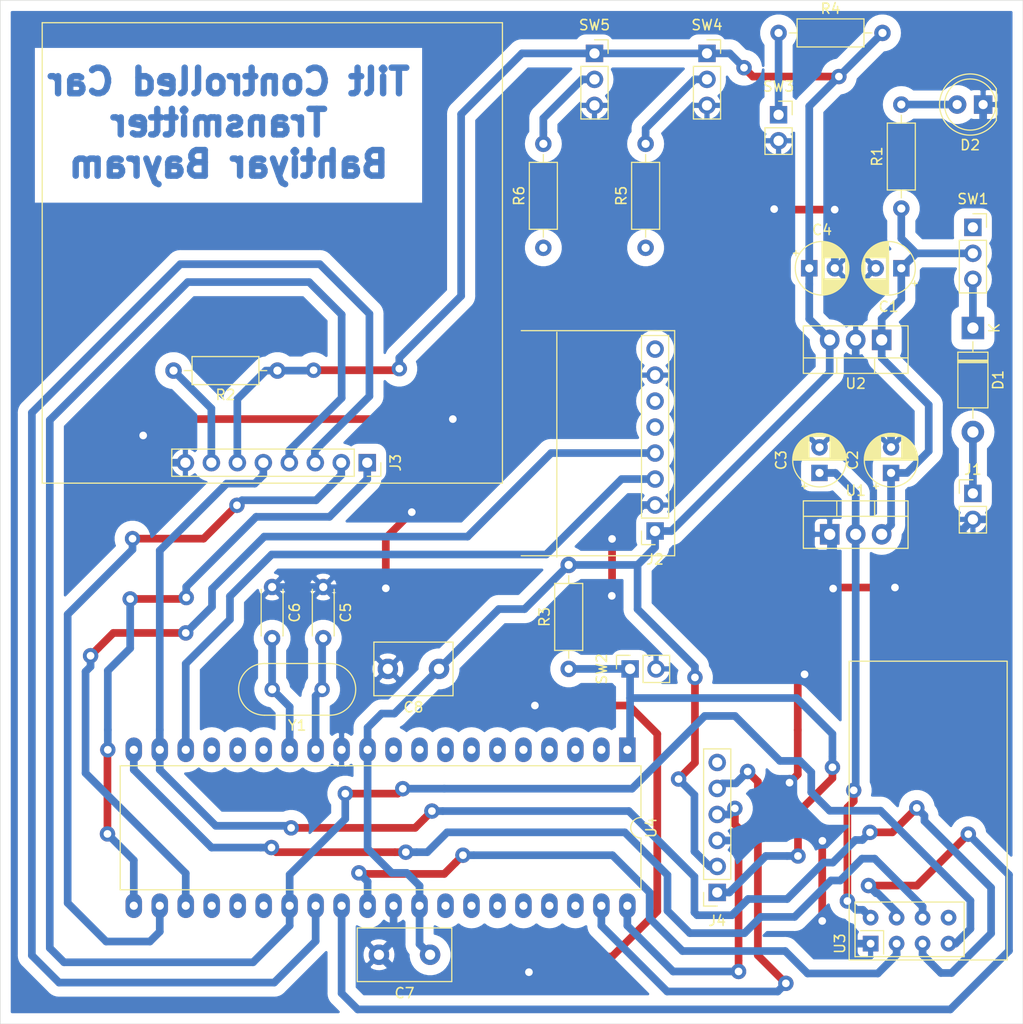
<source format=kicad_pcb>
(kicad_pcb (version 20171130) (host pcbnew "(5.1.2)-1")
  (title_block (title "Tilt Controlled Car - Transmitter") (date 2019-05-05) (rev v1.1) (comment 1 "Designer: Bahtiyar Bayram") (comment 2 https://creativecommons.org/licenses/by-sa/4.0/) (comment 3 "Attribution-ShareAlike 4.0 International") (comment 4 "Released under the Creative Commons"))
  (layers (0 F.Cu signal) (31 B.Cu signal) (34 B.Paste user) (35 F.Paste user) (36 B.SilkS user) (37 F.SilkS user) (38 B.Mask user) (39 F.Mask user) (44 Edge.Cuts user))
  (net 0 "")
  (net 1 GND)
  (net 2 VCC)
  (net 3 +3V3)
  (net 4 +5V)
  (net 5 "Net-(C5-Pad2)")
  (net 6 "Net-(C6-Pad2)")
  (net 7 "Net-(D1-Pad1)")
  (net 8 "Net-(D1-Pad2)")
  (net 9 "Net-(D2-Pad2)")
  (net 10 CLK)
  (net 11 SDA)
  (net 12 "Net-(J2-Pad5)")
  (net 13 "Net-(J2-Pad6)")
  (net 14 "Net-(J2-Pad8)")
  (net 15 "Net-(J3-Pad7)")
  (net 16 DIN)
  (net 17 DC)
  (net 18 CE_Nokia)
  (net 19 RST)
  (net 20 ~MCLR)
  (net 21 PGD)
  (net 22 PGC)
  (net 23 "Net-(J4-Pad6)")
  (net 24 BTN)
  (net 25 "Net-(R5-Pad2)")
  (net 26 SW1)
  (net 27 SW2)
  (net 28 "Net-(R6-Pad2)")
  (net 29 "Net-(SW1-Pad1)")
  (net 30 CE)
  (net 31 ~CSN)
  (net 32 MISO)
  (net 33 "Net-(U3-Pad8)")
  (net 34 "Net-(U4-Pad2)")
  (net 35 "Net-(U4-Pad3)")
  (net 36 "Net-(U4-Pad24)")
  (net 37 "Net-(U4-Pad4)")
  (net 38 "Net-(U4-Pad25)")
  (net 39 "Net-(U4-Pad5)")
  (net 40 "Net-(U4-Pad26)")
  (net 41 "Net-(U4-Pad6)")
  (net 42 "Net-(U4-Pad7)")
  (net 43 "Net-(U4-Pad8)")
  (net 44 "Net-(U4-Pad9)")
  (net 45 "Net-(U4-Pad10)")
  (net 46 "Net-(U4-Pad15)")
  (net 47 "Net-(U4-Pad36)")
  (net 48 "Net-(U4-Pad16)")
  (net 49 "Net-(U4-Pad37)")
  (net 50 "Net-(U4-Pad17)")
  (net 51 "Net-(U4-Pad38)")
  (net 52 SCK)
  (module Capacitor_THT:CP_Radial_D5.0mm_P2.50mm (layer F.Cu) (at 193.1016 81.1712 180)
    (fp_text reference C1 (at 1.25 -3.75) (layer F.SilkS))
    (fp_text value 1uF)
    (pad 2 thru_hole circle (at 2.5 0 180) (size 1.6 1.6) (drill 0.8) (layers *.Cu *.Mask) (net 1 GND))
    (pad 1 thru_hole rect (at 0 0 180) (size 1.6 1.6) (drill 0.8) (layers *.Cu *.Mask) (net 2 VCC))
  )
  (module Capacitor_THT:CP_Radial_D5.0mm_P2.50mm (layer F.Cu) (at 192.1016 101.1712 90)
    (fp_text reference C2 (at 1.25 -3.75 90) (layer F.SilkS))
    (fp_text value 1uF)
    (pad 1 thru_hole rect (at 0 0 90) (size 1.6 1.6) (drill 0.8) (layers *.Cu *.Mask) (net 2 VCC))
    (pad 2 thru_hole circle (at 2.5 0 90) (size 1.6 1.6) (drill 0.8) (layers *.Cu *.Mask) (net 1 GND))
  )
  (module Capacitor_THT:CP_Radial_D5.0mm_P2.50mm (layer F.Cu) (at 185.1016 101.1712 90)
    (fp_text reference C3 (at 1.25 -3.75 90) (layer F.SilkS))
    (fp_text value 1uF)
    (pad 2 thru_hole circle (at 2.5 0 90) (size 1.6 1.6) (drill 0.8) (layers *.Cu *.Mask) (net 1 GND))
    (pad 1 thru_hole rect (at 0 0 90) (size 1.6 1.6) (drill 0.8) (layers *.Cu *.Mask) (net 3 +3V3))
  )
  (module Capacitor_THT:CP_Radial_D5.0mm_P2.50mm (layer F.Cu) (at 184.1016 81.1712)
    (fp_text reference C4 (at 1.25 -3.75) (layer F.SilkS))
    (fp_text value 1uF)
    (pad 1 thru_hole rect (at 0 0) (size 1.6 1.6) (drill 0.8) (layers *.Cu *.Mask) (net 4 +5V))
    (pad 2 thru_hole circle (at 2.5 0) (size 1.6 1.6) (drill 0.8) (layers *.Cu *.Mask) (net 1 GND))
  )
  (module Capacitor_THT:C_Disc_D4.3mm_W1.9mm_P5.00mm (layer F.Cu) (at 136.5814 112.3236 270)
    (fp_text reference C5 (at 2.5 -2.2 90) (layer F.SilkS))
    (fp_text value 33pF)
    (pad 2 thru_hole circle (at 5 0 270) (size 1.6 1.6) (drill 0.8) (layers *.Cu *.Mask) (net 5 "Net-(C5-Pad2)"))
    (pad 1 thru_hole circle (at 0 0 270) (size 1.6 1.6) (drill 0.8) (layers *.Cu *.Mask) (net 1 GND))
  )
  (module Capacitor_THT:C_Disc_D4.3mm_W1.9mm_P5.00mm (layer F.Cu) (at 131.5814 112.3236 270)
    (fp_text reference C6 (at 2.5 -2.2 90) (layer F.SilkS))
    (fp_text value 33pF)
    (pad 1 thru_hole circle (at 0 0 270) (size 1.6 1.6) (drill 0.8) (layers *.Cu *.Mask) (net 1 GND))
    (pad 2 thru_hole circle (at 5 0 270) (size 1.6 1.6) (drill 0.8) (layers *.Cu *.Mask) (net 6 "Net-(C6-Pad2)"))
  )
  (module Diode_THT:D_DO-41_SOD81_P10.16mm_Horizontal (layer F.Cu) (at 200.1016 87.0112 270)
    (fp_text reference D1 (at 5.08 -2.47 90) (layer F.SilkS))
    (fp_text value 1N4001)
    (fp_text user K (at 0 -2.1 90) (layer F.SilkS))
    (pad 1 thru_hole rect (at 0 0 270) (size 2.2 2.2) (drill 1.1) (layers *.Cu *.Mask) (net 7 "Net-(D1-Pad1)"))
    (pad 2 thru_hole oval (at 10.16 0 270) (size 2.2 2.2) (drill 1.1) (layers *.Cu *.Mask) (net 8 "Net-(D1-Pad2)"))
  )
  (module LED_THT:LED_D5.0mm (layer F.Cu) (at 201.1016 65.1712 180)
    (fp_text reference D2 (at 1.27 -3.96) (layer F.SilkS))
    (fp_text value PWR)
    (pad 1 thru_hole rect (at 0 0 180) (size 1.8 1.8) (drill 0.9) (layers *.Cu *.Mask) (net 1 GND))
    (pad 2 thru_hole circle (at 2.54 0 180) (size 1.8 1.8) (drill 0.9) (layers *.Cu *.Mask) (net 9 "Net-(D2-Pad2)"))
  )
  (module Connector_PinHeader_2.54mm:PinHeader_1x02_P2.54mm_Vertical (layer F.Cu) (at 200.1016 103.1712)
    (fp_text reference J1 (at 0 -2.33) (layer F.SilkS))
    (fp_text value PWR_IN)
    (pad 1 thru_hole rect (at 0 0) (size 1.7 1.7) (drill 1) (layers *.Cu *.Mask) (net 8 "Net-(D1-Pad2)"))
    (pad 2 thru_hole oval (at 0 2.54) (size 1.7 1.7) (drill 1) (layers *.Cu *.Mask) (net 1 GND))
  )
  (module Connector_PinSocket_2.54mm:PinSocket_1x08_P2.54mm_Vertical (layer F.Cu) (at 169.0266 106.8512 180)
    (fp_text reference J2 (at 0 -2.77) (layer F.SilkS))
    (fp_text value MPU6050)
    (pad 1 thru_hole rect (at 0 0 180) (size 1.7 1.7) (drill 1) (layers *.Cu *.Mask) (net 4 +5V))
    (pad 2 thru_hole oval (at 0 2.54 180) (size 1.7 1.7) (drill 1) (layers *.Cu *.Mask) (net 1 GND))
    (pad 3 thru_hole oval (at 0 5.08 180) (size 1.7 1.7) (drill 1) (layers *.Cu *.Mask) (net 52 SCK))
    (pad 4 thru_hole oval (at 0 7.62 180) (size 1.7 1.7) (drill 1) (layers *.Cu *.Mask) (net 11 SDA))
    (pad 5 thru_hole oval (at 0 10.16 180) (size 1.7 1.7) (drill 1) (layers *.Cu *.Mask) (net 12 "Net-(J2-Pad5)"))
    (pad 6 thru_hole oval (at 0 12.7 180) (size 1.7 1.7) (drill 1) (layers *.Cu *.Mask) (net 13 "Net-(J2-Pad6)"))
    (pad 7 thru_hole oval (at 0 15.24 180) (size 1.7 1.7) (drill 1) (layers *.Cu *.Mask) (net 1 GND))
    (pad 8 thru_hole oval (at 0 17.78 180) (size 1.7 1.7) (drill 1) (layers *.Cu *.Mask) (net 14 "Net-(J2-Pad8)"))
  )
  (module Connector_PinSocket_2.54mm:PinSocket_1x08_P2.54mm_Vertical (layer F.Cu) (at 140.8816 100.1712 270)
    (fp_text reference J3 (at 0 -2.77 90) (layer F.SilkS))
    (fp_text value "NOKIA 5110")
    (pad 8 thru_hole oval (at 0 17.78 270) (size 1.7 1.7) (drill 1) (layers *.Cu *.Mask) (net 1 GND))
    (pad 7 thru_hole oval (at 0 15.24 270) (size 1.7 1.7) (drill 1) (layers *.Cu *.Mask) (net 15 "Net-(J3-Pad7)"))
    (pad 6 thru_hole oval (at 0 12.7 270) (size 1.7 1.7) (drill 1) (layers *.Cu *.Mask) (net 4 +5V))
    (pad 5 thru_hole oval (at 0 10.16 270) (size 1.7 1.7) (drill 1) (layers *.Cu *.Mask) (net 10 CLK))
    (pad 4 thru_hole oval (at 0 7.62 270) (size 1.7 1.7) (drill 1) (layers *.Cu *.Mask) (net 16 DIN))
    (pad 3 thru_hole oval (at 0 5.08 270) (size 1.7 1.7) (drill 1) (layers *.Cu *.Mask) (net 17 DC))
    (pad 2 thru_hole oval (at 0 2.54 270) (size 1.7 1.7) (drill 1) (layers *.Cu *.Mask) (net 18 CE_Nokia))
    (pad 1 thru_hole rect (at 0 0 270) (size 1.7 1.7) (drill 1) (layers *.Cu *.Mask) (net 19 RST))
  )
  (module Connector_PinSocket_2.54mm:PinSocket_1x06_P2.54mm_Vertical (layer F.Cu) (at 175.1016 142.1712 180)
    (fp_text reference J4 (at 0 -2.77) (layer F.SilkS))
    (fp_text value ICSP)
    (pad 1 thru_hole rect (at 0 0 180) (size 1.7 1.7) (drill 1) (layers *.Cu *.Mask) (net 20 ~MCLR))
    (pad 2 thru_hole oval (at 0 2.54 180) (size 1.7 1.7) (drill 1) (layers *.Cu *.Mask) (net 4 +5V))
    (pad 3 thru_hole oval (at 0 5.08 180) (size 1.7 1.7) (drill 1) (layers *.Cu *.Mask) (net 1 GND))
    (pad 4 thru_hole oval (at 0 7.62 180) (size 1.7 1.7) (drill 1) (layers *.Cu *.Mask) (net 21 PGD))
    (pad 5 thru_hole oval (at 0 10.16 180) (size 1.7 1.7) (drill 1) (layers *.Cu *.Mask) (net 22 PGC))
    (pad 6 thru_hole oval (at 0 12.7 180) (size 1.7 1.7) (drill 1) (layers *.Cu *.Mask) (net 23 "Net-(J4-Pad6)"))
  )
  (module Resistor_THT:R_Axial_DIN0207_L6.3mm_D2.5mm_P10.16mm_Horizontal (layer F.Cu) (at 193.1016 75.3312 90)
    (fp_text reference R1 (at 5.08 -2.37 90) (layer F.SilkS))
    (fp_text value 1k)
    (pad 2 thru_hole oval (at 10.16 0 90) (size 1.6 1.6) (drill 0.8) (layers *.Cu *.Mask) (net 9 "Net-(D2-Pad2)"))
    (pad 1 thru_hole circle (at 0 0 90) (size 1.6 1.6) (drill 0.8) (layers *.Cu *.Mask) (net 2 VCC))
  )
  (module Resistor_THT:R_Axial_DIN0207_L6.3mm_D2.5mm_P10.16mm_Horizontal (layer F.Cu) (at 132.1016 91.1712 180)
    (fp_text reference R2 (at 5.08 -2.37) (layer F.SilkS))
    (fp_text value 330)
    (pad 2 thru_hole oval (at 10.16 0 180) (size 1.6 1.6) (drill 0.8) (layers *.Cu *.Mask) (net 15 "Net-(J3-Pad7)"))
    (pad 1 thru_hole circle (at 0 0 180) (size 1.6 1.6) (drill 0.8) (layers *.Cu *.Mask) (net 4 +5V))
  )
  (module Resistor_THT:R_Axial_DIN0207_L6.3mm_D2.5mm_P10.16mm_Horizontal (layer F.Cu) (at 160.5814 120.3236 90)
    (fp_text reference R3 (at 5.08 -2.37 90) (layer F.SilkS))
    (fp_text value 10k)
    (pad 1 thru_hole circle (at 0 0 90) (size 1.6 1.6) (drill 0.8) (layers *.Cu *.Mask) (net 20 ~MCLR))
    (pad 2 thru_hole oval (at 10.16 0 90) (size 1.6 1.6) (drill 0.8) (layers *.Cu *.Mask) (net 4 +5V))
  )
  (module Resistor_THT:R_Axial_DIN0207_L6.3mm_D2.5mm_P10.16mm_Horizontal (layer F.Cu) (at 181.1016 58.1712)
    (fp_text reference R4 (at 5.08 -2.37) (layer F.SilkS))
    (fp_text value 10k)
    (pad 1 thru_hole circle (at 0 0) (size 1.6 1.6) (drill 0.8) (layers *.Cu *.Mask) (net 24 BTN))
    (pad 2 thru_hole oval (at 10.16 0) (size 1.6 1.6) (drill 0.8) (layers *.Cu *.Mask) (net 4 +5V))
  )
  (module Resistor_THT:R_Axial_DIN0207_L6.3mm_D2.5mm_P10.16mm_Horizontal (layer F.Cu) (at 168.1016 79.1712 90)
    (fp_text reference R5 (at 5.08 -2.37 90) (layer F.SilkS))
    (fp_text value 10k)
    (pad 2 thru_hole oval (at 10.16 0 90) (size 1.6 1.6) (drill 0.8) (layers *.Cu *.Mask) (net 25 "Net-(R5-Pad2)"))
    (pad 1 thru_hole circle (at 0 0 90) (size 1.6 1.6) (drill 0.8) (layers *.Cu *.Mask) (net 26 SW1))
  )
  (module Resistor_THT:R_Axial_DIN0207_L6.3mm_D2.5mm_P10.16mm_Horizontal (layer F.Cu) (at 158.1016 79.1712 90)
    (fp_text reference R6 (at 5.08 -2.37 90) (layer F.SilkS))
    (fp_text value 10k)
    (pad 1 thru_hole circle (at 0 0 90) (size 1.6 1.6) (drill 0.8) (layers *.Cu *.Mask) (net 27 SW2))
    (pad 2 thru_hole oval (at 10.16 0 90) (size 1.6 1.6) (drill 0.8) (layers *.Cu *.Mask) (net 28 "Net-(R6-Pad2)"))
  )
  (module Connector_PinSocket_2.54mm:PinSocket_1x03_P2.54mm_Vertical (layer F.Cu) (at 200.1016 77.1712)
    (fp_text reference SW1 (at 0 -2.77) (layer F.SilkS))
    (fp_text value PWR_SW)
    (pad 1 thru_hole rect (at 0 0) (size 1.7 1.7) (drill 1) (layers *.Cu *.Mask) (net 29 "Net-(SW1-Pad1)"))
    (pad 2 thru_hole oval (at 0 2.54) (size 1.7 1.7) (drill 1) (layers *.Cu *.Mask) (net 2 VCC))
    (pad 3 thru_hole oval (at 0 5.08) (size 1.7 1.7) (drill 1) (layers *.Cu *.Mask) (net 7 "Net-(D1-Pad1)"))
  )
  (module Connector_PinSocket_2.54mm:PinSocket_1x02_P2.54mm_Vertical (layer F.Cu) (at 166.5814 120.3236 90)
    (fp_text reference SW2 (at 0 -2.77 90) (layer F.SilkS))
    (fp_text value RESET)
    (pad 2 thru_hole oval (at 0 2.54 90) (size 1.7 1.7) (drill 1) (layers *.Cu *.Mask) (net 1 GND))
    (pad 1 thru_hole rect (at 0 0 90) (size 1.7 1.7) (drill 1) (layers *.Cu *.Mask) (net 20 ~MCLR))
  )
  (module Connector_PinSocket_2.54mm:PinSocket_1x02_P2.54mm_Vertical (layer F.Cu) (at 181.1016 66.1712)
    (fp_text reference SW3 (at 0 -2.77) (layer F.SilkS))
    (fp_text value BUTTON)
    (pad 1 thru_hole rect (at 0 0) (size 1.7 1.7) (drill 1) (layers *.Cu *.Mask) (net 24 BTN))
    (pad 2 thru_hole oval (at 0 2.54) (size 1.7 1.7) (drill 1) (layers *.Cu *.Mask) (net 1 GND))
  )
  (module Connector_PinSocket_2.54mm:PinSocket_1x03_P2.54mm_Vertical (layer F.Cu) (at 174.1016 60.1712)
    (fp_text reference SW4 (at 0 -2.77) (layer F.SilkS))
    (fp_text value SW1)
    (pad 1 thru_hole rect (at 0 0) (size 1.7 1.7) (drill 1) (layers *.Cu *.Mask) (net 4 +5V))
    (pad 2 thru_hole oval (at 0 2.54) (size 1.7 1.7) (drill 1) (layers *.Cu *.Mask) (net 25 "Net-(R5-Pad2)"))
    (pad 3 thru_hole oval (at 0 5.08) (size 1.7 1.7) (drill 1) (layers *.Cu *.Mask) (net 1 GND))
  )
  (module Connector_PinSocket_2.54mm:PinSocket_1x03_P2.54mm_Vertical (layer F.Cu) (at 163.1016 60.1712)
    (fp_text reference SW5 (at 0 -2.77) (layer F.SilkS))
    (fp_text value SW2)
    (pad 3 thru_hole oval (at 0 5.08) (size 1.7 1.7) (drill 1) (layers *.Cu *.Mask) (net 1 GND))
    (pad 2 thru_hole oval (at 0 2.54) (size 1.7 1.7) (drill 1) (layers *.Cu *.Mask) (net 28 "Net-(R6-Pad2)"))
    (pad 1 thru_hole rect (at 0 0) (size 1.7 1.7) (drill 1) (layers *.Cu *.Mask) (net 4 +5V))
  )
  (module Package_TO_SOT_THT:TO-220-3_Vertical (layer F.Cu) (at 186.1016 107.1712)
    (fp_text reference U1 (at 2.54 -4.27) (layer F.SilkS))
    (fp_text value LM1117-3.3)
    (pad 3 thru_hole oval (at 5.08 0) (size 1.905 2) (drill 1.1) (layers *.Cu *.Mask) (net 2 VCC))
    (pad 2 thru_hole oval (at 2.54 0) (size 1.905 2) (drill 1.1) (layers *.Cu *.Mask) (net 3 +3V3))
    (pad 1 thru_hole rect (at 0 0) (size 1.905 2) (drill 1.1) (layers *.Cu *.Mask) (net 1 GND))
  )
  (module Package_TO_SOT_THT:TO-220-3_Vertical (layer F.Cu) (at 191.1816 88.1712 180)
    (fp_text reference U2 (at 2.54 -4.27) (layer F.SilkS))
    (fp_text value L7805)
    (pad 1 thru_hole rect (at 0 0 180) (size 1.905 2) (drill 1.1) (layers *.Cu *.Mask) (net 2 VCC))
    (pad 2 thru_hole oval (at 2.54 0 180) (size 1.905 2) (drill 1.1) (layers *.Cu *.Mask) (net 1 GND))
    (pad 3 thru_hole oval (at 5.08 0 180) (size 1.905 2) (drill 1.1) (layers *.Cu *.Mask) (net 4 +5V))
  )
  (module RF_Module:nRF24L01_Breakout (layer F.Cu) (at 190.1016 147.1712 90)
    (fp_text reference U3 (at 0 -3 90) (layer F.SilkS))
    (fp_text value NRF24L01_Breakout)
    (pad 1 thru_hole rect (at 0 0 90) (size 1.524 1.524) (drill 0.762) (layers *.Cu *.Mask) (net 1 GND))
    (pad 2 thru_hole circle (at 2.54 0 90) (size 1.524 1.524) (drill 0.762) (layers *.Cu *.Mask) (net 3 +3V3))
    (pad 3 thru_hole circle (at 0 2.54 90) (size 1.524 1.524) (drill 0.762) (layers *.Cu *.Mask) (net 30 CE))
    (pad 4 thru_hole circle (at 2.54 2.54 90) (size 1.524 1.524) (drill 0.762) (layers *.Cu *.Mask) (net 31 ~CSN))
    (pad 5 thru_hole circle (at 0 5.08 90) (size 1.524 1.524) (drill 0.762) (layers *.Cu *.Mask) (net 10 CLK))
    (pad 6 thru_hole circle (at 2.54 5.08 90) (size 1.524 1.524) (drill 0.762) (layers *.Cu *.Mask) (net 32 MISO))
    (pad 7 thru_hole circle (at 0 7.62 90) (size 1.524 1.524) (drill 0.762) (layers *.Cu *.Mask) (net 16 DIN))
    (pad 8 thru_hole circle (at 2.54 7.62 90) (size 1.524 1.524) (drill 0.762) (layers *.Cu *.Mask) (net 33 "Net-(U3-Pad8)"))
  )
  (module Crystal:Crystal_HC49-4H_Vertical (layer F.Cu) (at 136.4714 122.3236 180)
    (fp_text reference Y1 (at 2.44 -3.525) (layer F.SilkS))
    (fp_text value 16MHz)
    (pad 1 thru_hole circle (at 0 0 180) (size 1.5 1.5) (drill 0.8) (layers *.Cu *.Mask) (net 5 "Net-(C5-Pad2)"))
    (pad 2 thru_hole circle (at 4.88 0 180) (size 1.5 1.5) (drill 0.8) (layers *.Cu *.Mask) (net 6 "Net-(C6-Pad2)"))
  )
  (module Capacitor_THT:C_Disc_D9.0mm_W5.0mm_P5.00mm (layer F.Cu) (at 147.0279 148.2598 180)
    (fp_text reference C7 (at 2.5 -3.75) (layer F.SilkS))
    (fp_text value 100nF)
    (pad 1 thru_hole circle (at 0 0 180) (size 2 2) (drill 1) (layers *.Cu *.Mask) (net 4 +5V))
    (pad 2 thru_hole circle (at 5 0 180) (size 2 2) (drill 1) (layers *.Cu *.Mask) (net 1 GND))
  )
  (module Capacitor_THT:C_Disc_D7.5mm_W5.0mm_P5.00mm (layer F.Cu) (at 147.9014 120.3236 180)
    (fp_text reference C8 (at 2.5 -3.75) (layer F.SilkS))
    (fp_text value 100nF)
    (pad 1 thru_hole circle (at 0 0 180) (size 2 2) (drill 1) (layers *.Cu *.Mask) (net 4 +5V))
    (pad 2 thru_hole circle (at 5 0 180) (size 2 2) (drill 1) (layers *.Cu *.Mask) (net 1 GND))
  )
  (module Package_DIP:DIP-40_W15.24mm_LongPads (layer F.Cu) (at 166.3164 128.2286 270)
    (fp_text reference U4 (at 7.62 -2.33 90) (layer F.SilkS))
    (fp_text value PIC18F45K22-IP)
    (pad 1 thru_hole rect (at 0 0 270) (size 2.4 1.6) (drill 0.8) (layers *.Cu *.Mask) (net 20 ~MCLR))
    (pad 21 thru_hole oval (at 15.24 48.26 270) (size 2.4 1.6) (drill 0.8) (layers *.Cu *.Mask) (net 19 RST))
    (pad 2 thru_hole oval (at 0 2.54 270) (size 2.4 1.6) (drill 0.8) (layers *.Cu *.Mask) (net 34 "Net-(U4-Pad2)"))
    (pad 22 thru_hole oval (at 15.24 45.72 270) (size 2.4 1.6) (drill 0.8) (layers *.Cu *.Mask) (net 18 CE_Nokia))
    (pad 3 thru_hole oval (at 0 5.08 270) (size 2.4 1.6) (drill 0.8) (layers *.Cu *.Mask) (net 35 "Net-(U4-Pad3)"))
    (pad 23 thru_hole oval (at 15.24 43.18 270) (size 2.4 1.6) (drill 0.8) (layers *.Cu *.Mask) (net 11 SDA))
    (pad 4 thru_hole oval (at 0 7.62 270) (size 2.4 1.6) (drill 0.8) (layers *.Cu *.Mask) (net 37 "Net-(U4-Pad4)"))
    (pad 24 thru_hole oval (at 15.24 40.64 270) (size 2.4 1.6) (drill 0.8) (layers *.Cu *.Mask) (net 36 "Net-(U4-Pad24)"))
    (pad 5 thru_hole oval (at 0 10.16 270) (size 2.4 1.6) (drill 0.8) (layers *.Cu *.Mask) (net 39 "Net-(U4-Pad5)"))
    (pad 25 thru_hole oval (at 15.24 38.1 270) (size 2.4 1.6) (drill 0.8) (layers *.Cu *.Mask) (net 38 "Net-(U4-Pad25)"))
    (pad 6 thru_hole oval (at 0 12.7 270) (size 2.4 1.6) (drill 0.8) (layers *.Cu *.Mask) (net 41 "Net-(U4-Pad6)"))
    (pad 26 thru_hole oval (at 15.24 35.56 270) (size 2.4 1.6) (drill 0.8) (layers *.Cu *.Mask) (net 40 "Net-(U4-Pad26)"))
    (pad 7 thru_hole oval (at 0 15.24 270) (size 2.4 1.6) (drill 0.8) (layers *.Cu *.Mask) (net 42 "Net-(U4-Pad7)"))
    (pad 27 thru_hole oval (at 15.24 33.02 270) (size 2.4 1.6) (drill 0.8) (layers *.Cu *.Mask) (net 16 DIN))
    (pad 8 thru_hole oval (at 0 17.78 270) (size 2.4 1.6) (drill 0.8) (layers *.Cu *.Mask) (net 43 "Net-(U4-Pad8)"))
    (pad 28 thru_hole oval (at 15.24 30.48 270) (size 2.4 1.6) (drill 0.8) (layers *.Cu *.Mask) (net 17 DC))
    (pad 9 thru_hole oval (at 0 20.32 270) (size 2.4 1.6) (drill 0.8) (layers *.Cu *.Mask) (net 44 "Net-(U4-Pad9)"))
    (pad 29 thru_hole oval (at 15.24 27.94 270) (size 2.4 1.6) (drill 0.8) (layers *.Cu *.Mask) (net 31 ~CSN))
    (pad 10 thru_hole oval (at 0 22.86 270) (size 2.4 1.6) (drill 0.8) (layers *.Cu *.Mask) (net 45 "Net-(U4-Pad10)"))
    (pad 30 thru_hole oval (at 15.24 25.4 270) (size 2.4 1.6) (drill 0.8) (layers *.Cu *.Mask) (net 30 CE))
    (pad 11 thru_hole oval (at 0 25.4 270) (size 2.4 1.6) (drill 0.8) (layers *.Cu *.Mask) (net 4 +5V))
    (pad 31 thru_hole oval (at 15.24 22.86 270) (size 2.4 1.6) (drill 0.8) (layers *.Cu *.Mask) (net 1 GND))
    (pad 12 thru_hole oval (at 0 27.94 270) (size 2.4 1.6) (drill 0.8) (layers *.Cu *.Mask) (net 1 GND))
    (pad 32 thru_hole oval (at 15.24 20.32 270) (size 2.4 1.6) (drill 0.8) (layers *.Cu *.Mask) (net 4 +5V))
    (pad 13 thru_hole oval (at 0 30.48 270) (size 2.4 1.6) (drill 0.8) (layers *.Cu *.Mask) (net 5 "Net-(C5-Pad2)"))
    (pad 33 thru_hole oval (at 15.24 17.78 270) (size 2.4 1.6) (drill 0.8) (layers *.Cu *.Mask) (net 24 BTN))
    (pad 14 thru_hole oval (at 0 33.02 270) (size 2.4 1.6) (drill 0.8) (layers *.Cu *.Mask) (net 6 "Net-(C6-Pad2)"))
    (pad 34 thru_hole oval (at 15.24 15.24 270) (size 2.4 1.6) (drill 0.8) (layers *.Cu *.Mask) (net 26 SW1))
    (pad 15 thru_hole oval (at 0 35.56 270) (size 2.4 1.6) (drill 0.8) (layers *.Cu *.Mask) (net 46 "Net-(U4-Pad15)"))
    (pad 35 thru_hole oval (at 15.24 12.7 270) (size 2.4 1.6) (drill 0.8) (layers *.Cu *.Mask) (net 27 SW2))
    (pad 16 thru_hole oval (at 0 38.1 270) (size 2.4 1.6) (drill 0.8) (layers *.Cu *.Mask) (net 48 "Net-(U4-Pad16)"))
    (pad 36 thru_hole oval (at 15.24 10.16 270) (size 2.4 1.6) (drill 0.8) (layers *.Cu *.Mask) (net 47 "Net-(U4-Pad36)"))
    (pad 17 thru_hole oval (at 0 40.64 270) (size 2.4 1.6) (drill 0.8) (layers *.Cu *.Mask) (net 50 "Net-(U4-Pad17)"))
    (pad 37 thru_hole oval (at 15.24 7.62 270) (size 2.4 1.6) (drill 0.8) (layers *.Cu *.Mask) (net 49 "Net-(U4-Pad37)"))
    (pad 18 thru_hole oval (at 0 43.18 270) (size 2.4 1.6) (drill 0.8) (layers *.Cu *.Mask) (net 52 SCK))
    (pad 38 thru_hole oval (at 15.24 5.08 270) (size 2.4 1.6) (drill 0.8) (layers *.Cu *.Mask) (net 51 "Net-(U4-Pad38)"))
    (pad 19 thru_hole oval (at 0 45.72 270) (size 2.4 1.6) (drill 0.8) (layers *.Cu *.Mask) (net 10 CLK))
    (pad 39 thru_hole oval (at 15.24 2.54 270) (size 2.4 1.6) (drill 0.8) (layers *.Cu *.Mask) (net 22 PGC))
    (pad 20 thru_hole oval (at 0 48.26 270) (size 2.4 1.6) (drill 0.8) (layers *.Cu *.Mask) (net 32 MISO))
    (pad 40 thru_hole oval (at 15.24 0 270) (size 2.4 1.6) (drill 0.8) (layers *.Cu *.Mask) (net 21 PGD))
  )
  (gr_text "Tilt Controlled Car\n Transmitter\nBahtiyar Bayram" (at 127.3175 66.9671) (layer B.Cu) (effects (font (size 2.5 2.5) (thickness 0.625)) (justify mirror)))
  (gr_line (start 109.1016 57.1712) (end 109.1016 102.1712) (layer F.SilkS) (width 0.12))
  (gr_line (start 154.1016 57.1712) (end 109.1016 57.1712) (layer F.SilkS) (width 0.12))
  (gr_line (start 154.1016 102.1712) (end 154.1016 57.1712) (layer F.SilkS) (width 0.12))
  (gr_line (start 109.1016 102.1712) (end 154.1016 102.1712) (layer F.SilkS) (width 0.12))
  (gr_line (start 155.9416 109.2662) (end 170.9416 109.2662) (layer F.SilkS) (width 0.12))
  (gr_line (start 159.4214 87.4186) (end 159.4214 109.4186) (layer F.SilkS) (width 0.12))
  (gr_line (start 170.9416 87.2662) (end 155.9416 87.2662) (layer F.SilkS) (width 0.12))
  (gr_line (start 170.9416 109.2662) (end 170.9416 87.2662) (layer F.SilkS) (width 0.12))
  (gr_line (start 105 155) (end 105 55) (layer Edge.Cuts) (width 0.05))
  (gr_line (start 205 155) (end 105 155) (layer Edge.Cuts) (width 0.05))
  (gr_line (start 205 55) (end 205 155) (layer Edge.Cuts) (width 0.05))
  (gr_line (start 105 55) (end 205 55) (layer Edge.Cuts) (width 0.05))
  (segment (start 201.1016 66.8212) (end 203.3016 69.0212) (width 0.75) (layer B.Cu) (net 1))
  (segment (start 201.1016 65.1712) (end 201.1016 66.8212) (width 0.75) (layer B.Cu) (net 1))
  (segment (start 203.3016 69.0212) (end 203.3016 104.8512) (width 0.75) (layer B.Cu) (net 1))
  (segment (start 202.4416 105.7112) (end 200.1016 105.7112) (width 0.75) (layer B.Cu) (net 1))
  (segment (start 203.3016 104.8512) (end 202.4416 105.7112) (width 0.75) (layer B.Cu) (net 1))
  (segment (start 188.6416 89.9212) (end 188.6416 88.1712) (width 0.75) (layer B.Cu) (net 1))
  (segment (start 188.6416 94.07983) (end 188.6416 89.9212) (width 0.75) (layer B.Cu) (net 1))
  (segment (start 192.1016 97.53983) (end 188.6416 94.07983) (width 0.75) (layer B.Cu) (net 1))
  (segment (start 192.1016 98.6712) (end 192.1016 97.53983) (width 0.75) (layer B.Cu) (net 1))
  (segment (start 136.5814 112.3236) (end 131.5814 112.3236) (width 0.75) (layer B.Cu) (net 1))
  (via (at 185.3692 144.9578) (size 1.5) (drill 0.75) (layers F.Cu B.Cu) (net 1))
  (segment (start 190.1016 147.1712) (end 187.5826 147.1712) (width 0.75) (layer B.Cu) (net 1))
  (segment (start 187.5826 147.1712) (end 185.3692 144.9578) (width 0.75) (layer B.Cu) (net 1))
  (via (at 192.4812 112.3696) (size 1.5) (drill 0.75) (layers F.Cu B.Cu) (net 1))
  (segment (start 200.1016 105.7112) (end 193.4432 112.3696) (width 0.75) (layer B.Cu) (net 1))
  (segment (start 193.4432 112.3696) (end 192.4812 112.3696) (width 0.75) (layer B.Cu) (net 1))
  (via (at 186.436 112.4712) (size 1.5) (drill 0.75) (layers F.Cu B.Cu) (net 1))
  (segment (start 192.4812 112.3696) (end 186.5376 112.3696) (width 0.75) (layer F.Cu) (net 1))
  (segment (start 186.5376 112.3696) (end 186.436 112.4712) (width 0.75) (layer F.Cu) (net 1))
  (segment (start 186.436 107.5056) (end 186.1016 107.1712) (width 0.75) (layer B.Cu) (net 1))
  (segment (start 186.436 112.4712) (end 186.436 107.5056) (width 0.75) (layer B.Cu) (net 1))
  (via (at 118.9736 97.5106) (size 1.5) (drill 0.75) (layers F.Cu B.Cu) (net 1))
  (segment (start 123.1016 100.1712) (end 121.6342 100.1712) (width 0.75) (layer B.Cu) (net 1))
  (segment (start 121.6342 100.1712) (end 118.9736 97.5106) (width 0.75) (layer B.Cu) (net 1))
  (via (at 149.2504 95.9104) (size 1.5) (drill 0.75) (layers F.Cu B.Cu) (net 1))
  (segment (start 118.9736 97.5106) (end 120.5738 95.9104) (width 0.75) (layer F.Cu) (net 1))
  (segment (start 120.5738 95.9104) (end 149.2504 95.9104) (width 0.75) (layer F.Cu) (net 1))
  (via (at 186.5884 75.438) (size 1.5) (drill 0.75) (layers F.Cu B.Cu) (net 1))
  (segment (start 186.6016 81.1712) (end 186.6016 75.4512) (width 0.75) (layer B.Cu) (net 1))
  (segment (start 186.6016 75.4512) (end 186.5884 75.438) (width 0.75) (layer B.Cu) (net 1))
  (via (at 180.6702 75.3872) (size 1.5) (drill 0.75) (layers F.Cu B.Cu) (net 1))
  (segment (start 186.5884 75.438) (end 180.721 75.438) (width 0.75) (layer F.Cu) (net 1))
  (segment (start 180.721 75.438) (end 180.6702 75.3872) (width 0.75) (layer F.Cu) (net 1))
  (via (at 145.2372 105.0036) (size 1.5) (drill 0.75) (layers F.Cu B.Cu) (net 1))
  (segment (start 149.2504 95.9104) (end 149.2504 100.9904) (width 0.75) (layer B.Cu) (net 1))
  (segment (start 149.2504 100.9904) (end 145.2372 105.0036) (width 0.75) (layer B.Cu) (net 1))
  (via (at 142.6972 112.4458) (size 1.5) (drill 0.75) (layers F.Cu B.Cu) (net 1))
  (segment (start 145.2372 105.0036) (end 142.6972 107.5436) (width 0.75) (layer F.Cu) (net 1))
  (segment (start 142.6972 107.5436) (end 142.6972 112.4458) (width 0.75) (layer F.Cu) (net 1))
  (segment (start 136.7036 112.4458) (end 136.5814 112.3236) (width 0.75) (layer B.Cu) (net 1))
  (segment (start 142.6972 112.4458) (end 136.7036 112.4458) (width 0.75) (layer B.Cu) (net 1))
  (via (at 185.385908 137.12591) (size 1.5) (drill 0.75) (layers F.Cu B.Cu) (net 1))
  (segment (start 177.5386 137.0912) (end 178.253889 136.375911) (width 0.75) (layer B.Cu) (net 1))
  (segment (start 184.635909 136.375911) (end 185.385908 137.12591) (width 0.75) (layer B.Cu) (net 1))
  (segment (start 178.253889 136.375911) (end 184.635909 136.375911) (width 0.75) (layer B.Cu) (net 1))
  (segment (start 175.1016 137.0912) (end 177.5386 137.0912) (width 0.75) (layer B.Cu) (net 1))
  (segment (start 185.3692 137.142618) (end 185.385908 137.12591) (width 0.75) (layer F.Cu) (net 1))
  (segment (start 185.3692 144.9578) (end 185.3692 137.142618) (width 0.75) (layer F.Cu) (net 1))
  (segment (start 182.922808 130.690992) (end 182.172809 131.440991) (width 0.75) (layer F.Cu) (net 1))
  (segment (start 185.385908 137.12591) (end 182.172809 133.912811) (width 0.75) (layer B.Cu) (net 1))
  (segment (start 182.172809 133.912811) (end 182.172809 132.501651) (width 0.75) (layer B.Cu) (net 1))
  (segment (start 182.977591 130.636209) (end 182.922808 130.690992) (width 0.75) (layer F.Cu) (net 1))
  (segment (start 182.977591 126.292809) (end 182.977591 130.636209) (width 0.75) (layer F.Cu) (net 1))
  (via (at 182.172809 131.440991) (size 1.5) (drill 0.75) (layers F.Cu B.Cu) (net 1))
  (segment (start 182.172809 132.501651) (end 182.172809 131.440991) (width 0.75) (layer B.Cu) (net 1))
  (via (at 183.642 120.8532) (size 1.5) (drill 0.75) (layers F.Cu B.Cu) (net 1))
  (segment (start 182.977591 126.292809) (end 182.977591 121.517609) (width 0.75) (layer F.Cu) (net 1))
  (segment (start 182.977591 121.517609) (end 183.642 120.8532) (width 0.75) (layer F.Cu) (net 1))
  (segment (start 186.436 118.0592) (end 186.436 112.4712) (width 0.75) (layer B.Cu) (net 1))
  (segment (start 183.642 120.8532) (end 186.436 118.0592) (width 0.75) (layer B.Cu) (net 1))
  (via (at 164.8206 107.6198) (size 1.5) (drill 0.75) (layers F.Cu B.Cu) (net 1))
  (segment (start 164.8206 107.315119) (end 164.8206 107.6198) (width 0.75) (layer B.Cu) (net 1))
  (segment (start 169.0266 104.3112) (end 167.824519 104.3112) (width 0.75) (layer B.Cu) (net 1))
  (segment (start 167.824519 104.3112) (end 164.8206 107.315119) (width 0.75) (layer B.Cu) (net 1))
  (via (at 164.7952 113.1824) (size 1.5) (drill 0.75) (layers F.Cu B.Cu) (net 1))
  (segment (start 164.8206 107.6198) (end 164.8206 113.157) (width 0.75) (layer F.Cu) (net 1))
  (segment (start 164.8206 113.157) (end 164.7952 113.1824) (width 0.75) (layer F.Cu) (net 1))
  (via (at 156.6926 149.9616) (size 1.5) (drill 0.75) (layers F.Cu B.Cu) (net 1))
  (segment (start 155.955599 150.698601) (end 156.6926 149.9616) (width 0.75) (layer B.Cu) (net 1))
  (segment (start 156.6926 149.9616) (end 158.2166 148.4376) (width 0.75) (layer F.Cu) (net 1))
  (segment (start 164.823328 148.4376) (end 169.2402 144.020728) (width 0.75) (layer F.Cu) (net 1))
  (segment (start 158.2166 148.4376) (end 164.823328 148.4376) (width 0.75) (layer F.Cu) (net 1))
  (via (at 157.2768 123.9012) (size 1.5) (drill 0.75) (layers F.Cu B.Cu) (net 1))
  (segment (start 166.464002 123.9012) (end 157.2768 123.9012) (width 0.75) (layer F.Cu) (net 1))
  (segment (start 169.2402 144.020728) (end 169.2402 126.677398) (width 0.75) (layer F.Cu) (net 1))
  (segment (start 169.2402 126.677398) (end 166.464002 123.9012) (width 0.75) (layer F.Cu) (net 1))
  (segment (start 143.4564 146.8313) (end 143.4564 143.4686) (width 0.75) (layer B.Cu) (net 1))
  (segment (start 142.0279 148.2598) (end 143.4564 146.8313) (width 0.75) (layer B.Cu) (net 1))
  (segment (start 144.466701 150.698601) (end 142.0279 148.2598) (width 0.75) (layer B.Cu) (net 1))
  (segment (start 155.955599 150.698601) (end 144.466701 150.698601) (width 0.75) (layer B.Cu) (net 1))
  (segment (start 194.5616 79.7112) (end 193.1016 81.1712) (width 0.75) (layer B.Cu) (net 2))
  (segment (start 200.1016 79.7112) (end 194.5616 79.7112) (width 0.75) (layer B.Cu) (net 2))
  (segment (start 193.1016 78.2512) (end 194.5616 79.7112) (width 0.75) (layer B.Cu) (net 2))
  (segment (start 193.1016 75.3312) (end 193.1016 78.2512) (width 0.75) (layer B.Cu) (net 2))
  (segment (start 193.1016 81.1712) (end 193.1016 84.1902) (width 0.75) (layer B.Cu) (net 2))
  (segment (start 191.1816 86.1102) (end 191.1816 88.1712) (width 0.75) (layer B.Cu) (net 2))
  (segment (start 193.1016 84.1902) (end 191.1816 86.1102) (width 0.75) (layer B.Cu) (net 2))
  (segment (start 192.1016 106.2512) (end 191.1816 107.1712) (width 0.75) (layer B.Cu) (net 2))
  (segment (start 192.1016 101.1712) (end 192.1016 106.2512) (width 0.75) (layer B.Cu) (net 2))
  (segment (start 193.6516 101.1712) (end 195.7832 99.0396) (width 0.75) (layer B.Cu) (net 2))
  (segment (start 192.1016 101.1712) (end 193.6516 101.1712) (width 0.75) (layer B.Cu) (net 2))
  (segment (start 191.1816 89.9212) (end 191.1816 88.1712) (width 0.75) (layer B.Cu) (net 2))
  (segment (start 195.7832 94.5228) (end 191.1816 89.9212) (width 0.75) (layer B.Cu) (net 2))
  (segment (start 195.7832 99.0396) (end 195.7832 94.5228) (width 0.75) (layer B.Cu) (net 2))
  (segment (start 186.6516 101.1712) (end 185.1016 101.1712) (width 0.75) (layer B.Cu) (net 3))
  (segment (start 188.6416 103.1612) (end 186.6516 101.1712) (width 0.75) (layer B.Cu) (net 3))
  (segment (start 188.6416 107.1712) (end 188.6416 103.1612) (width 0.75) (layer B.Cu) (net 3))
  (segment (start 188.6416 131.996314) (end 188.447724 132.19019) (width 0.75) (layer B.Cu) (net 3))
  (via (at 188.447724 132.19019) (size 1.5) (drill 0.75) (layers F.Cu B.Cu) (net 3))
  (segment (start 188.6416 107.1712) (end 188.6416 131.996314) (width 0.75) (layer B.Cu) (net 3))
  (segment (start 188.578432 143.758149) (end 187.828433 143.00815) (width 0.75) (layer B.Cu) (net 3))
  (segment (start 188.447724 133.25085) (end 187.828433 133.870141) (width 0.75) (layer F.Cu) (net 3))
  (via (at 187.828433 143.00815) (size 1.5) (drill 0.75) (layers F.Cu B.Cu) (net 3))
  (segment (start 187.828433 133.870141) (end 187.828433 141.94749) (width 0.75) (layer F.Cu) (net 3))
  (segment (start 187.828433 141.94749) (end 187.828433 143.00815) (width 0.75) (layer F.Cu) (net 3))
  (segment (start 188.447724 132.19019) (end 188.447724 133.25085) (width 0.75) (layer F.Cu) (net 3))
  (segment (start 188.689484 143.869201) (end 188.578432 143.758149) (width 0.75) (layer B.Cu) (net 3))
  (segment (start 189.339601 143.869201) (end 188.689484 143.869201) (width 0.75) (layer B.Cu) (net 3))
  (segment (start 190.1016 144.6312) (end 189.339601 143.869201) (width 0.75) (layer B.Cu) (net 3))
  (segment (start 184.1016 82.7212) (end 184.1016 81.1712) (width 0.75) (layer B.Cu) (net 4))
  (segment (start 184.1016 86.1237) (end 184.1016 82.7212) (width 0.75) (layer B.Cu) (net 4))
  (segment (start 186.1016 88.1237) (end 184.1016 86.1237) (width 0.75) (layer B.Cu) (net 4))
  (segment (start 186.1016 88.1712) (end 186.1016 88.1237) (width 0.75) (layer B.Cu) (net 4))
  (segment (start 163.1016 60.1712) (end 174.1016 60.1712) (width 0.75) (layer B.Cu) (net 4))
  (segment (start 184.1016 65.3312) (end 184.1016 81.1712) (width 0.75) (layer B.Cu) (net 4))
  (segment (start 191.2616 58.1712) (end 184.1016 65.3312) (width 0.75) (layer B.Cu) (net 4))
  (segment (start 132.1016 91.1712) (end 130.97023 91.1712) (width 0.75) (layer B.Cu) (net 4))
  (segment (start 128.1816 93.95983) (end 128.1816 98.969119) (width 0.75) (layer B.Cu) (net 4))
  (segment (start 128.1816 98.969119) (end 128.1816 100.1712) (width 0.75) (layer B.Cu) (net 4))
  (segment (start 130.97023 91.1712) (end 128.1816 93.95983) (width 0.75) (layer B.Cu) (net 4))
  (via (at 135.636 91.1352) (size 1.5) (drill 0.75) (layers F.Cu B.Cu) (net 4))
  (segment (start 132.1016 91.1712) (end 135.6 91.1712) (width 0.75) (layer B.Cu) (net 4))
  (segment (start 135.6 91.1712) (end 135.636 91.1352) (width 0.75) (layer B.Cu) (net 4))
  (via (at 144.018 90.9828) (size 1.5) (drill 0.75) (layers F.Cu B.Cu) (net 4))
  (segment (start 135.636 91.1352) (end 143.8656 91.1352) (width 0.75) (layer F.Cu) (net 4))
  (segment (start 143.8656 91.1352) (end 144.018 90.9828) (width 0.75) (layer F.Cu) (net 4))
  (segment (start 144.018 89.92214) (end 150.0632 83.87694) (width 0.75) (layer B.Cu) (net 4))
  (segment (start 144.018 90.9828) (end 144.018 89.92214) (width 0.75) (layer B.Cu) (net 4))
  (segment (start 150.0632 83.87694) (end 150.0632 66.1162) (width 0.75) (layer B.Cu) (net 4))
  (segment (start 156.0082 60.1712) (end 163.1016 60.1712) (width 0.75) (layer B.Cu) (net 4))
  (segment (start 150.0632 66.1162) (end 156.0082 60.1712) (width 0.75) (layer B.Cu) (net 4))
  (segment (start 170.6266 106.8512) (end 169.0266 106.8512) (width 0.75) (layer B.Cu) (net 4))
  (segment (start 186.1016 91.3762) (end 170.6266 106.8512) (width 0.75) (layer B.Cu) (net 4))
  (segment (start 186.1016 88.1712) (end 186.1016 91.3762) (width 0.75) (layer B.Cu) (net 4))
  (segment (start 169.0266 108.4512) (end 169.0266 106.8512) (width 0.75) (layer B.Cu) (net 4))
  (segment (start 167.3142 110.1636) (end 169.0266 108.4512) (width 0.75) (layer B.Cu) (net 4))
  (segment (start 160.5814 110.1636) (end 167.3142 110.1636) (width 0.75) (layer B.Cu) (net 4))
  (segment (start 172.876599 138.159201) (end 172.876599 132.642999) (width 0.75) (layer B.Cu) (net 4))
  (via (at 171.323 131.0894) (size 1.5) (drill 0.75) (layers F.Cu B.Cu) (net 4))
  (segment (start 172.876599 132.642999) (end 171.323 131.0894) (width 0.75) (layer B.Cu) (net 4))
  (segment (start 174.348598 139.6312) (end 172.876599 138.159201) (width 0.75) (layer B.Cu) (net 4))
  (segment (start 175.1016 139.6312) (end 174.348598 139.6312) (width 0.75) (layer B.Cu) (net 4))
  (via (at 172.9232 121.158) (size 1.5) (drill 0.75) (layers F.Cu B.Cu) (net 4))
  (segment (start 171.323 131.0894) (end 172.9232 129.4892) (width 0.75) (layer F.Cu) (net 4))
  (segment (start 172.9232 129.4892) (end 172.9232 121.158) (width 0.75) (layer F.Cu) (net 4))
  (segment (start 167.3142 114.48834) (end 167.3142 110.1636) (width 0.75) (layer B.Cu) (net 4))
  (segment (start 172.9232 120.09734) (end 167.3142 114.48834) (width 0.75) (layer B.Cu) (net 4))
  (segment (start 172.9232 121.158) (end 172.9232 120.09734) (width 0.75) (layer B.Cu) (net 4))
  (via (at 177.7238 61.5696) (size 1.5) (drill 0.75) (layers F.Cu B.Cu) (net 4))
  (segment (start 174.1016 60.1712) (end 176.3254 60.1712) (width 0.75) (layer B.Cu) (net 4))
  (segment (start 176.3254 60.1712) (end 177.7238 61.5696) (width 0.75) (layer B.Cu) (net 4))
  (via (at 186.9972 62.4356) (size 1.5) (drill 0.75) (layers F.Cu B.Cu) (net 4))
  (segment (start 177.7238 61.5696) (end 178.5898 62.4356) (width 0.75) (layer F.Cu) (net 4))
  (segment (start 178.5898 62.4356) (end 186.9972 62.4356) (width 0.75) (layer F.Cu) (net 4))
  (segment (start 156.2672 114.4778) (end 160.5814 110.1636) (width 0.75) (layer B.Cu) (net 4))
  (segment (start 147.9014 120.3236) (end 153.7472 114.4778) (width 0.75) (layer B.Cu) (net 4))
  (segment (start 153.7472 114.4778) (end 156.2672 114.4778) (width 0.75) (layer B.Cu) (net 4))
  (segment (start 140.9164 126.063) (end 140.9164 128.2286) (width 0.75) (layer B.Cu) (net 4))
  (segment (start 142.2908 124.6886) (end 140.9164 126.063) (width 0.75) (layer B.Cu) (net 4))
  (segment (start 147.9014 120.3236) (end 143.5364 124.6886) (width 0.75) (layer B.Cu) (net 4))
  (segment (start 143.5364 124.6886) (end 142.2908 124.6886) (width 0.75) (layer B.Cu) (net 4))
  (segment (start 145.9964 147.2283) (end 145.9964 143.4686) (width 0.75) (layer B.Cu) (net 4))
  (segment (start 147.0279 148.2598) (end 145.9964 147.2283) (width 0.75) (layer B.Cu) (net 4))
  (segment (start 145.9964 141.5186) (end 144.7366 140.2588) (width 0.75) (layer B.Cu) (net 4))
  (segment (start 145.9964 143.4686) (end 145.9964 141.5186) (width 0.75) (layer B.Cu) (net 4))
  (segment (start 144.7366 140.2588) (end 143.2814 140.2588) (width 0.75) (layer B.Cu) (net 4))
  (segment (start 140.9164 137.8938) (end 140.9164 128.2286) (width 0.75) (layer B.Cu) (net 4))
  (segment (start 143.2814 140.2588) (end 140.9164 137.8938) (width 0.75) (layer B.Cu) (net 4))
  (segment (start 136.4714 117.4336) (end 136.5814 117.3236) (width 0.75) (layer B.Cu) (net 5))
  (segment (start 136.4714 122.3236) (end 136.4714 117.4336) (width 0.75) (layer B.Cu) (net 5))
  (segment (start 135.8364 122.9586) (end 135.8364 128.2286) (width 0.75) (layer B.Cu) (net 5))
  (segment (start 136.4714 122.3236) (end 135.8364 122.9586) (width 0.75) (layer B.Cu) (net 5))
  (segment (start 131.5814 122.3136) (end 131.5914 122.3236) (width 0.75) (layer B.Cu) (net 6))
  (segment (start 131.5814 117.3236) (end 131.5814 122.3136) (width 0.75) (layer B.Cu) (net 6))
  (segment (start 133.2964 124.0286) (end 133.2964 128.2286) (width 0.75) (layer B.Cu) (net 6))
  (segment (start 131.5914 122.3236) (end 133.2964 124.0286) (width 0.75) (layer B.Cu) (net 6))
  (segment (start 200.1016 87.0112) (end 200.1016 82.2512) (width 0.75) (layer B.Cu) (net 7))
  (segment (start 200.1016 103.1712) (end 200.1016 97.1712) (width 0.75) (layer B.Cu) (net 8))
  (segment (start 198.5616 65.1712) (end 193.1016 65.1712) (width 0.75) (layer B.Cu) (net 9))
  (via (at 133.441252 135.86079) (size 1.5) (drill 0.75) (layers F.Cu B.Cu) (net 10))
  (segment (start 120.5964 128.2286) (end 120.5964 130.1786) (width 0.75) (layer B.Cu) (net 10))
  (segment (start 120.5964 130.1786) (end 126.076126 135.658326) (width 0.75) (layer B.Cu) (net 10))
  (segment (start 126.076126 135.658326) (end 133.238788 135.658326) (width 0.75) (layer B.Cu) (net 10))
  (segment (start 133.238788 135.658326) (end 133.441252 135.86079) (width 0.75) (layer B.Cu) (net 10))
  (via (at 190.0428 136.2964) (size 1.5) (drill 0.75) (layers F.Cu B.Cu) (net 10))
  (via (at 194.6148 133.9088) (size 1.5) (drill 0.75) (layers F.Cu B.Cu) (net 10))
  (segment (start 190.0428 136.2964) (end 192.2272 136.2964) (width 0.75) (layer F.Cu) (net 10))
  (segment (start 192.2272 136.2964) (end 194.6148 133.9088) (width 0.75) (layer F.Cu) (net 10))
  (segment (start 194.6148 133.9088) (end 195.364799 134.658799) (width 0.75) (layer B.Cu) (net 10))
  (segment (start 195.364799 134.658799) (end 195.364799 135.192199) (width 0.75) (layer B.Cu) (net 10))
  (segment (start 195.364799 135.192199) (end 201.8792 141.7066) (width 0.75) (layer B.Cu) (net 10))
  (segment (start 201.8792 146.176362) (end 198.017762 150.0378) (width 0.75) (layer B.Cu) (net 10))
  (segment (start 201.8792 141.7066) (end 201.8792 146.176362) (width 0.75) (layer B.Cu) (net 10))
  (segment (start 195.1816 148.24883) (end 195.1816 147.1712) (width 0.75) (layer B.Cu) (net 10))
  (segment (start 196.97057 150.0378) (end 195.1816 148.24883) (width 0.75) (layer B.Cu) (net 10))
  (segment (start 198.017762 150.0378) (end 196.97057 150.0378) (width 0.75) (layer B.Cu) (net 10))
  (segment (start 120.5964 108.750914) (end 120.5964 126.2786) (width 0.75) (layer B.Cu) (net 10))
  (segment (start 127.129697 102.217617) (end 120.5964 108.750914) (width 0.75) (layer B.Cu) (net 10))
  (segment (start 129.877264 102.217617) (end 127.129697 102.217617) (width 0.75) (layer B.Cu) (net 10))
  (segment (start 130.7216 101.373281) (end 129.877264 102.217617) (width 0.75) (layer B.Cu) (net 10))
  (segment (start 120.5964 126.2786) (end 120.5964 128.2286) (width 0.75) (layer B.Cu) (net 10))
  (segment (start 130.7216 100.1712) (end 130.7216 101.373281) (width 0.75) (layer B.Cu) (net 10))
  (segment (start 186.40591 139.250912) (end 185.5003 139.250912) (width 0.75) (layer B.Cu) (net 10))
  (segment (start 190.0428 136.2964) (end 189.292801 137.046399) (width 0.75) (layer B.Cu) (net 10))
  (segment (start 188.610423 137.046399) (end 186.40591 139.250912) (width 0.75) (layer B.Cu) (net 10))
  (segment (start 133.441252 135.86079) (end 145.564647 135.86079) (width 0.75) (layer F.Cu) (net 10))
  (via (at 147.206736 134.218701) (size 1.5) (drill 0.75) (layers F.Cu B.Cu) (net 10))
  (segment (start 145.564647 135.86079) (end 146.456737 134.9687) (width 0.75) (layer F.Cu) (net 10))
  (segment (start 172.876599 144.121201) (end 172.876599 140.63409) (width 0.75) (layer B.Cu) (net 10))
  (segment (start 146.456737 134.9687) (end 147.206736 134.218701) (width 0.75) (layer F.Cu) (net 10))
  (segment (start 189.292801 137.046399) (end 188.610423 137.046399) (width 0.75) (layer B.Cu) (net 10))
  (segment (start 172.876599 140.63409) (end 166.46121 134.218701) (width 0.75) (layer B.Cu) (net 10))
  (segment (start 185.5003 139.250912) (end 181.938635 142.812577) (width 0.75) (layer B.Cu) (net 10))
  (segment (start 181.938635 142.812577) (end 178.12424 142.812577) (width 0.75) (layer B.Cu) (net 10))
  (segment (start 178.12424 142.812577) (end 176.540616 144.396201) (width 0.75) (layer B.Cu) (net 10))
  (segment (start 176.540616 144.396201) (end 173.151599 144.396201) (width 0.75) (layer B.Cu) (net 10))
  (segment (start 173.151599 144.396201) (end 172.876599 144.121201) (width 0.75) (layer B.Cu) (net 10))
  (segment (start 166.46121 134.218701) (end 148.267396 134.218701) (width 0.75) (layer B.Cu) (net 10))
  (segment (start 148.267396 134.218701) (end 147.206736 134.218701) (width 0.75) (layer B.Cu) (net 10))
  (via (at 123.135842 116.80994) (size 1.5) (drill 0.75) (layers F.Cu B.Cu) (net 11))
  (via (at 113.829032 119.036809) (size 1.5) (drill 0.75) (layers F.Cu B.Cu) (net 11))
  (segment (start 114.579031 118.28681) (end 113.829032 119.036809) (width 0.75) (layer F.Cu) (net 11))
  (segment (start 123.135842 116.80994) (end 116.055901 116.80994) (width 0.75) (layer F.Cu) (net 11))
  (segment (start 116.055901 116.80994) (end 114.579031 118.28681) (width 0.75) (layer F.Cu) (net 11))
  (segment (start 125.707189 114.238593) (end 123.885841 116.059941) (width 0.75) (layer B.Cu) (net 11))
  (segment (start 150.695611 107.393789) (end 130.81732 107.393789) (width 0.75) (layer B.Cu) (net 11))
  (segment (start 125.707189 112.50392) (end 125.707189 114.238593) (width 0.75) (layer B.Cu) (net 11))
  (segment (start 158.8582 99.2312) (end 150.695611 107.393789) (width 0.75) (layer B.Cu) (net 11))
  (segment (start 169.0266 99.2312) (end 158.8582 99.2312) (width 0.75) (layer B.Cu) (net 11))
  (segment (start 123.885841 116.059941) (end 123.135842 116.80994) (width 0.75) (layer B.Cu) (net 11))
  (segment (start 130.81732 107.393789) (end 125.707189 112.50392) (width 0.75) (layer B.Cu) (net 11))
  (segment (start 123.1364 140.3068) (end 123.1364 143.4686) (width 0.75) (layer B.Cu) (net 11))
  (segment (start 113.34139 130.51179) (end 123.1364 140.3068) (width 0.75) (layer B.Cu) (net 11))
  (segment (start 113.34139 120.585111) (end 113.34139 130.51179) (width 0.75) (layer B.Cu) (net 11))
  (segment (start 113.829032 119.036809) (end 113.829032 120.097469) (width 0.75) (layer B.Cu) (net 11))
  (segment (start 113.829032 120.097469) (end 113.34139 120.585111) (width 0.75) (layer B.Cu) (net 11))
  (segment (start 125.6416 94.8712) (end 125.6416 100.1712) (width 0.75) (layer B.Cu) (net 15))
  (segment (start 121.9416 91.1712) (end 125.6416 94.8712) (width 0.75) (layer B.Cu) (net 15))
  (via (at 138.7348 132.5118) (size 1.5) (drill 0.75) (layers F.Cu B.Cu) (net 16))
  (segment (start 198.409474 147.1712) (end 199.858601 145.722073) (width 0.75) (layer B.Cu) (net 16))
  (segment (start 199.858601 145.722073) (end 199.858601 142.967197) (width 0.75) (layer B.Cu) (net 16))
  (segment (start 138.7348 132.5118) (end 143.87493 132.5118) (width 0.75) (layer F.Cu) (net 16))
  (segment (start 184.29781 130.42099) (end 183.19281 129.31599) (width 0.75) (layer B.Cu) (net 16))
  (segment (start 184.29781 132.38021) (end 184.29781 130.42099) (width 0.75) (layer B.Cu) (net 16))
  (segment (start 143.87493 132.5118) (end 144.35621 132.03052) (width 0.75) (layer F.Cu) (net 16))
  (segment (start 183.19281 129.31599) (end 181.23359 129.31599) (width 0.75) (layer B.Cu) (net 16))
  (segment (start 197.7216 147.1712) (end 198.409474 147.1712) (width 0.75) (layer B.Cu) (net 16))
  (segment (start 199.858601 142.967197) (end 191.075603 134.184199) (width 0.75) (layer B.Cu) (net 16))
  (segment (start 191.075603 134.184199) (end 186.101799 134.184199) (width 0.75) (layer B.Cu) (net 16))
  (segment (start 186.101799 134.184199) (end 184.29781 132.38021) (width 0.75) (layer B.Cu) (net 16))
  (segment (start 181.23359 129.31599) (end 176.840411 124.922811) (width 0.75) (layer B.Cu) (net 16))
  (segment (start 176.840411 124.922811) (end 173.882789 124.922811) (width 0.75) (layer B.Cu) (net 16))
  (segment (start 173.882789 124.922811) (end 166.77508 132.03052) (width 0.75) (layer B.Cu) (net 16))
  (segment (start 166.77508 132.03052) (end 148.408922 132.03052) (width 0.75) (layer B.Cu) (net 16))
  (segment (start 148.408922 132.03052) (end 144.35621 132.03052) (width 0.75) (layer B.Cu) (net 16))
  (via (at 144.35621 132.03052) (size 1.5) (drill 0.75) (layers F.Cu B.Cu) (net 16))
  (segment (start 133.2964 145.4186) (end 133.2964 143.4686) (width 0.75) (layer B.Cu) (net 16))
  (segment (start 129.7186 148.9964) (end 133.2964 145.4186) (width 0.75) (layer B.Cu) (net 16))
  (segment (start 111.237688 148.9964) (end 129.7186 148.9964) (width 0.75) (layer B.Cu) (net 16))
  (segment (start 109.841368 96.01132) (end 109.841368 147.60008) (width 0.75) (layer B.Cu) (net 16))
  (segment (start 133.2616 100.1712) (end 133.2616 98.969119) (width 0.75) (layer B.Cu) (net 16))
  (segment (start 133.2616 98.969119) (end 138.3792 93.851519) (width 0.75) (layer B.Cu) (net 16))
  (segment (start 138.3792 93.851519) (end 138.3792 85.6996) (width 0.75) (layer B.Cu) (net 16))
  (segment (start 109.841368 147.60008) (end 111.237688 148.9964) (width 0.75) (layer B.Cu) (net 16))
  (segment (start 138.3792 85.6996) (end 135.201611 82.522011) (width 0.75) (layer B.Cu) (net 16))
  (segment (start 135.201611 82.522011) (end 123.330677 82.522011) (width 0.75) (layer B.Cu) (net 16))
  (segment (start 123.330677 82.522011) (end 109.841368 96.01132) (width 0.75) (layer B.Cu) (net 16))
  (segment (start 133.2964 140.4267) (end 133.2964 143.4686) (width 0.75) (layer B.Cu) (net 16))
  (segment (start 138.7348 132.5118) (end 138.7348 134.9883) (width 0.75) (layer B.Cu) (net 16))
  (segment (start 138.7348 134.9883) (end 133.2964 140.4267) (width 0.75) (layer B.Cu) (net 16))
  (segment (start 110.744 150.9776) (end 131.7879 150.9776) (width 0.75) (layer B.Cu) (net 17))
  (segment (start 108.091357 148.324958) (end 110.744 150.9776) (width 0.75) (layer B.Cu) (net 17))
  (segment (start 135.8364 146.9291) (end 135.8364 143.4686) (width 0.75) (layer B.Cu) (net 17))
  (segment (start 108.091357 95.286443) (end 108.091357 148.324958) (width 0.75) (layer B.Cu) (net 17))
  (segment (start 122.6058 80.772) (end 108.091357 95.286443) (width 0.75) (layer B.Cu) (net 17))
  (segment (start 135.763 100.1326) (end 135.763 99.007719) (width 0.75) (layer B.Cu) (net 17))
  (segment (start 135.8016 100.1712) (end 135.763 100.1326) (width 0.75) (layer B.Cu) (net 17))
  (segment (start 141.097 93.673719) (end 141.097 85.6234) (width 0.75) (layer B.Cu) (net 17))
  (segment (start 135.763 99.007719) (end 141.097 93.673719) (width 0.75) (layer B.Cu) (net 17))
  (segment (start 141.097 85.6234) (end 136.2456 80.772) (width 0.75) (layer B.Cu) (net 17))
  (segment (start 131.7879 150.9776) (end 135.8364 146.9291) (width 0.75) (layer B.Cu) (net 17))
  (segment (start 136.2456 80.772) (end 122.6058 80.772) (width 0.75) (layer B.Cu) (net 17))
  (via (at 117.9322 107.5944) (size 1.5) (drill 0.75) (layers F.Cu B.Cu) (net 18))
  (segment (start 117.9322 107.5944) (end 124.88142 107.5944) (width 0.75) (layer F.Cu) (net 18))
  (segment (start 135.871914 103.842967) (end 128.632853 103.842967) (width 0.75) (layer B.Cu) (net 18))
  (segment (start 124.88142 107.5944) (end 127.391935 105.083885) (width 0.75) (layer F.Cu) (net 18))
  (via (at 128.141934 104.333886) (size 1.5) (drill 0.75) (layers F.Cu B.Cu) (net 18))
  (segment (start 138.3416 100.1712) (end 138.3416 101.373281) (width 0.75) (layer B.Cu) (net 18))
  (segment (start 138.3416 101.373281) (end 135.871914 103.842967) (width 0.75) (layer B.Cu) (net 18))
  (segment (start 128.632853 103.842967) (end 128.141934 104.333886) (width 0.75) (layer B.Cu) (net 18))
  (segment (start 127.391935 105.083885) (end 128.141934 104.333886) (width 0.75) (layer F.Cu) (net 18))
  (segment (start 120.5964 146.002) (end 120.5964 143.4686) (width 0.75) (layer B.Cu) (net 18))
  (segment (start 117.9322 108.65506) (end 111.591379 114.995881) (width 0.75) (layer B.Cu) (net 18))
  (segment (start 117.9322 107.5944) (end 117.9322 108.65506) (width 0.75) (layer B.Cu) (net 18))
  (segment (start 111.591379 114.995881) (end 111.591379 143.201679) (width 0.75) (layer B.Cu) (net 18))
  (segment (start 111.591379 143.201679) (end 115.3541 146.9644) (width 0.75) (layer B.Cu) (net 18))
  (segment (start 115.3541 146.9644) (end 119.634 146.9644) (width 0.75) (layer B.Cu) (net 18))
  (segment (start 119.634 146.9644) (end 120.5964 146.002) (width 0.75) (layer B.Cu) (net 18))
  (via (at 117.7036 113.4872) (size 1.5) (drill 0.75) (layers F.Cu B.Cu) (net 19))
  (via (at 123.187272 113.354427) (size 1.5) (drill 0.75) (layers F.Cu B.Cu) (net 19))
  (segment (start 117.7036 113.4872) (end 123.054499 113.4872) (width 0.75) (layer F.Cu) (net 19))
  (segment (start 123.054499 113.4872) (end 123.187272 113.354427) (width 0.75) (layer F.Cu) (net 19))
  (segment (start 117.7036 118.307243) (end 115.5164 120.494443) (width 0.75) (layer B.Cu) (net 19))
  (segment (start 115.5164 120.494443) (end 115.5164 126.2786) (width 0.75) (layer B.Cu) (net 19))
  (segment (start 115.5164 126.2786) (end 115.5164 128.2286) (width 0.75) (layer B.Cu) (net 19))
  (segment (start 117.7036 113.4872) (end 117.7036 118.307243) (width 0.75) (layer B.Cu) (net 19))
  (segment (start 123.187272 112.293767) (end 123.187272 113.354427) (width 0.75) (layer B.Cu) (net 19))
  (segment (start 130.020239 105.4608) (end 123.187272 112.293767) (width 0.75) (layer B.Cu) (net 19))
  (segment (start 137.192 105.4608) (end 130.020239 105.4608) (width 0.75) (layer B.Cu) (net 19))
  (segment (start 140.8816 101.7712) (end 137.192 105.4608) (width 0.75) (layer B.Cu) (net 19))
  (segment (start 140.8816 100.1712) (end 140.8816 101.7712) (width 0.75) (layer B.Cu) (net 19))
  (via (at 115.5164 128.2286) (size 1.5) (drill 0.75) (layers F.Cu B.Cu) (net 19))
  (via (at 115.4811 136.4488) (size 1.5) (drill 0.75) (layers F.Cu B.Cu) (net 19))
  (segment (start 118.0564 143.4686) (end 118.0564 139.0241) (width 0.75) (layer B.Cu) (net 19))
  (segment (start 118.0564 139.0241) (end 115.4811 136.4488) (width 0.75) (layer B.Cu) (net 19))
  (segment (start 115.4811 128.2639) (end 115.5164 128.2286) (width 0.75) (layer F.Cu) (net 19))
  (segment (start 115.4811 136.4488) (end 115.4811 128.2639) (width 0.75) (layer F.Cu) (net 19))
  (segment (start 160.5814 120.3236) (end 166.5814 120.3236) (width 0.75) (layer B.Cu) (net 20))
  (segment (start 166.5814 127.9636) (end 166.3164 128.2286) (width 0.75) (layer B.Cu) (net 20))
  (segment (start 166.5814 120.3236) (end 166.5814 123.1728) (width 0.75) (layer B.Cu) (net 20))
  (segment (start 166.5814 123.1728) (end 166.5814 127.9636) (width 0.75) (layer B.Cu) (net 20))
  (segment (start 166.5814 123.1728) (end 182.8628 123.1728) (width 0.75) (layer B.Cu) (net 20))
  (segment (start 181.93775 138.6078) (end 182.99841 138.6078) (width 0.75) (layer B.Cu) (net 20))
  (segment (start 175.1016 142.1712) (end 176.290731 142.1712) (width 0.75) (layer B.Cu) (net 20))
  (segment (start 186.36819 128.881586) (end 186.36819 129.942246) (width 0.75) (layer B.Cu) (net 20))
  (segment (start 186.36819 131.002906) (end 186.36819 129.942246) (width 0.75) (layer F.Cu) (net 20))
  (segment (start 182.99841 138.6078) (end 182.99841 134.372686) (width 0.75) (layer F.Cu) (net 20))
  (segment (start 182.99841 134.372686) (end 186.36819 131.002906) (width 0.75) (layer F.Cu) (net 20))
  (segment (start 186.36819 126.67819) (end 186.36819 128.881586) (width 0.75) (layer B.Cu) (net 20))
  (via (at 182.99841 138.6078) (size 1.5) (drill 0.75) (layers F.Cu B.Cu) (net 20))
  (segment (start 182.8628 123.1728) (end 186.36819 126.67819) (width 0.75) (layer B.Cu) (net 20))
  (segment (start 179.854131 138.6078) (end 181.93775 138.6078) (width 0.75) (layer B.Cu) (net 20))
  (segment (start 176.290731 142.1712) (end 179.854131 138.6078) (width 0.75) (layer B.Cu) (net 20))
  (via (at 186.36819 129.942246) (size 1.5) (drill 0.75) (layers F.Cu B.Cu) (net 20))
  (segment (start 176.827405 134.027476) (end 176.827405 133.955849) (width 0.75) (layer B.Cu) (net 21))
  (via (at 176.827405 133.955849) (size 1.5) (drill 0.75) (layers F.Cu B.Cu) (net 21))
  (segment (start 176.303681 134.5512) (end 176.827405 134.027476) (width 0.75) (layer B.Cu) (net 21))
  (segment (start 175.1016 134.5512) (end 176.303681 134.5512) (width 0.75) (layer B.Cu) (net 21))
  (segment (start 177.189218 148.83333) (end 177.189218 149.89399) (width 0.75) (layer F.Cu) (net 21))
  (segment (start 177.189218 135.885816) (end 177.189218 148.83333) (width 0.75) (layer F.Cu) (net 21))
  (segment (start 176.827405 133.955849) (end 176.827405 135.524003) (width 0.75) (layer F.Cu) (net 21))
  (segment (start 176.827405 135.524003) (end 177.189218 135.885816) (width 0.75) (layer F.Cu) (net 21))
  (via (at 177.189218 149.89399) (size 1.5) (drill 0.75) (layers F.Cu B.Cu) (net 21))
  (segment (start 166.3164 145.4186) (end 166.3164 143.4686) (width 0.75) (layer B.Cu) (net 21))
  (segment (start 170.79179 149.89399) (end 166.3164 145.4186) (width 0.75) (layer B.Cu) (net 21))
  (segment (start 177.189218 149.89399) (end 170.79179 149.89399) (width 0.75) (layer B.Cu) (net 21))
  (via (at 178.0794 130.3528) (size 1.5) (drill 0.75) (layers F.Cu B.Cu) (net 22))
  (segment (start 179.076612 148.317212) (end 181.8132 151.0538) (width 0.75) (layer F.Cu) (net 22))
  (via (at 181.8132 151.0538) (size 1.5) (drill 0.75) (layers F.Cu B.Cu) (net 22))
  (segment (start 175.600352 131.512448) (end 176.919752 131.512448) (width 0.75) (layer B.Cu) (net 22))
  (segment (start 178.0794 130.3528) (end 179.076612 131.350012) (width 0.75) (layer F.Cu) (net 22))
  (segment (start 179.076612 131.350012) (end 179.076612 148.317212) (width 0.75) (layer F.Cu) (net 22))
  (segment (start 177.329401 131.102799) (end 178.0794 130.3528) (width 0.75) (layer B.Cu) (net 22))
  (segment (start 175.1016 132.0112) (end 175.600352 131.512448) (width 0.75) (layer B.Cu) (net 22))
  (segment (start 176.919752 131.512448) (end 177.329401 131.102799) (width 0.75) (layer B.Cu) (net 22))
  (segment (start 181.8132 151.0538) (end 181.01702 151.84998) (width 0.75) (layer B.Cu) (net 22))
  (segment (start 163.7764 145.4186) (end 163.7764 143.4686) (width 0.75) (layer B.Cu) (net 22))
  (segment (start 170.20778 151.84998) (end 163.7764 145.4186) (width 0.75) (layer B.Cu) (net 22))
  (segment (start 181.01702 151.84998) (end 170.20778 151.84998) (width 0.75) (layer B.Cu) (net 22))
  (segment (start 181.1016 66.1712) (end 181.1016 58.1712) (width 0.75) (layer B.Cu) (net 24))
  (segment (start 168.1016 67.87983) (end 168.1016 69.0112) (width 0.75) (layer B.Cu) (net 25))
  (segment (start 168.1016 67.509119) (end 168.1016 67.87983) (width 0.75) (layer B.Cu) (net 25))
  (segment (start 172.899519 62.7112) (end 168.1016 67.509119) (width 0.75) (layer B.Cu) (net 25))
  (segment (start 174.1016 62.7112) (end 172.899519 62.7112) (width 0.75) (layer B.Cu) (net 25))
  (segment (start 158.1016 67.87983) (end 158.1016 69.0112) (width 0.75) (layer B.Cu) (net 28))
  (segment (start 158.1016 66.509119) (end 158.1016 67.87983) (width 0.75) (layer B.Cu) (net 28))
  (segment (start 161.899519 62.7112) (end 158.1016 66.509119) (width 0.75) (layer B.Cu) (net 28))
  (segment (start 163.1016 62.7112) (end 161.899519 62.7112) (width 0.75) (layer B.Cu) (net 28))
  (segment (start 168.49141 142.167682) (end 164.855326 138.531598) (width 0.75) (layer B.Cu) (net 30))
  (segment (start 192.6416 147.1712) (end 192.6416 148.24883) (width 0.75) (layer B.Cu) (net 30))
  (segment (start 148.412198 140.3604) (end 149.491001 139.281597) (width 0.75) (layer F.Cu) (net 30))
  (segment (start 183.938201 150.0886) (end 181.745824 147.896223) (width 0.75) (layer B.Cu) (net 30))
  (segment (start 171.701843 147.896223) (end 168.49141 144.68579) (width 0.75) (layer B.Cu) (net 30))
  (segment (start 168.49141 144.68579) (end 168.49141 142.167682) (width 0.75) (layer B.Cu) (net 30))
  (segment (start 151.30166 138.531598) (end 150.241 138.531598) (width 0.75) (layer B.Cu) (net 30))
  (segment (start 164.855326 138.531598) (end 151.30166 138.531598) (width 0.75) (layer B.Cu) (net 30))
  (segment (start 181.745824 147.896223) (end 171.701843 147.896223) (width 0.75) (layer B.Cu) (net 30))
  (segment (start 190.80183 150.0886) (end 183.938201 150.0886) (width 0.75) (layer B.Cu) (net 30))
  (segment (start 192.6416 148.24883) (end 190.80183 150.0886) (width 0.75) (layer B.Cu) (net 30))
  (segment (start 149.491001 139.281597) (end 150.241 138.531598) (width 0.75) (layer F.Cu) (net 30))
  (via (at 150.241 138.531598) (size 1.5) (drill 0.75) (layers F.Cu B.Cu) (net 30))
  (via (at 140.0683 140.2588) (size 1.5) (drill 0.75) (layers F.Cu B.Cu) (net 30))
  (segment (start 148.412198 140.3604) (end 140.1699 140.3604) (width 0.75) (layer F.Cu) (net 30))
  (segment (start 140.1699 140.3604) (end 140.0683 140.2588) (width 0.75) (layer F.Cu) (net 30))
  (segment (start 140.9164 141.1069) (end 140.9164 143.4686) (width 0.75) (layer B.Cu) (net 30))
  (segment (start 140.0683 140.2588) (end 140.9164 141.1069) (width 0.75) (layer B.Cu) (net 30))
  (via (at 189.891411 141.498118) (size 1.5) (drill 0.75) (layers F.Cu B.Cu) (net 31))
  (segment (start 192.6416 144.6312) (end 192.6416 144.095907) (width 0.75) (layer B.Cu) (net 31))
  (segment (start 190.79381 142.248117) (end 190.64141 142.248117) (width 0.75) (layer B.Cu) (net 31))
  (segment (start 190.64141 142.248117) (end 189.891411 141.498118) (width 0.75) (layer B.Cu) (net 31))
  (segment (start 192.6416 144.095907) (end 190.79381 142.248117) (width 0.75) (layer B.Cu) (net 31))
  (segment (start 189.891411 141.498118) (end 194.628344 141.498118) (width 0.75) (layer F.Cu) (net 31))
  (segment (start 198.902141 137.224321) (end 199.65214 136.474322) (width 0.75) (layer F.Cu) (net 31))
  (via (at 199.65214 136.474322) (size 1.5) (drill 0.75) (layers F.Cu B.Cu) (net 31))
  (segment (start 194.628344 141.498118) (end 198.902141 137.224321) (width 0.75) (layer F.Cu) (net 31))
  (segment (start 138.3764 152.0289) (end 138.3764 143.4686) (width 0.75) (layer B.Cu) (net 31))
  (segment (start 139.94749 153.59999) (end 138.3764 152.0289) (width 0.75) (layer B.Cu) (net 31))
  (segment (start 197.896299 153.59999) (end 139.94749 153.59999) (width 0.75) (layer B.Cu) (net 31))
  (segment (start 203.629211 147.867078) (end 197.896299 153.59999) (width 0.75) (layer B.Cu) (net 31))
  (segment (start 199.65214 136.474322) (end 203.629211 140.451393) (width 0.75) (layer B.Cu) (net 31))
  (segment (start 203.629211 140.451393) (end 203.629211 147.867078) (width 0.75) (layer B.Cu) (net 31))
  (segment (start 118.0564 130.1786) (end 125.661127 137.783327) (width 0.75) (layer B.Cu) (net 32))
  (segment (start 130.458055 137.783327) (end 131.518715 137.783327) (width 0.75) (layer B.Cu) (net 32))
  (segment (start 125.661127 137.783327) (end 130.458055 137.783327) (width 0.75) (layer B.Cu) (net 32))
  (segment (start 118.0564 128.2286) (end 118.0564 130.1786) (width 0.75) (layer B.Cu) (net 32))
  (via (at 131.518715 137.783327) (size 1.5) (drill 0.75) (layers F.Cu B.Cu) (net 32))
  (segment (start 131.970778 138.23539) (end 143.59234 138.23539) (width 0.75) (layer F.Cu) (net 32))
  (via (at 144.653 138.23539) (size 1.5) (drill 0.75) (layers F.Cu B.Cu) (net 32))
  (segment (start 131.518715 137.783327) (end 131.970778 138.23539) (width 0.75) (layer F.Cu) (net 32))
  (segment (start 143.59234 138.23539) (end 144.653 138.23539) (width 0.75) (layer F.Cu) (net 32))
  (segment (start 170.241421 140.473801) (end 166.06402 136.2964) (width 0.75) (layer B.Cu) (net 32))
  (segment (start 172.426721 146.146212) (end 170.241421 143.960912) (width 0.75) (layer B.Cu) (net 32))
  (segment (start 148.6916 136.2964) (end 146.75261 138.23539) (width 0.75) (layer B.Cu) (net 32))
  (segment (start 179.360103 144.562588) (end 177.776479 146.146212) (width 0.75) (layer B.Cu) (net 32))
  (segment (start 177.776479 146.146212) (end 172.426721 146.146212) (width 0.75) (layer B.Cu) (net 32))
  (segment (start 182.663513 144.562588) (end 179.360103 144.562588) (width 0.75) (layer B.Cu) (net 32))
  (segment (start 146.75261 138.23539) (end 145.71366 138.23539) (width 0.75) (layer B.Cu) (net 32))
  (segment (start 195.1816 143.55357) (end 190.49882 138.87079) (width 0.75) (layer B.Cu) (net 32))
  (segment (start 195.1816 144.6312) (end 195.1816 143.55357) (width 0.75) (layer B.Cu) (net 32))
  (segment (start 166.06402 136.2964) (end 148.6916 136.2964) (width 0.75) (layer B.Cu) (net 32))
  (segment (start 190.49882 138.87079) (end 189.260921 138.87079) (width 0.75) (layer B.Cu) (net 32))
  (segment (start 145.71366 138.23539) (end 144.653 138.23539) (width 0.75) (layer B.Cu) (net 32))
  (segment (start 170.241421 143.960912) (end 170.241421 140.473801) (width 0.75) (layer B.Cu) (net 32))
  (segment (start 189.260921 138.87079) (end 187.130788 141.000923) (width 0.75) (layer B.Cu) (net 32))
  (segment (start 187.130788 141.000923) (end 186.225178 141.000923) (width 0.75) (layer B.Cu) (net 32))
  (segment (start 186.225178 141.000923) (end 182.663513 144.562588) (width 0.75) (layer B.Cu) (net 32))
  (segment (start 165.754798 101.7712) (end 167.824519 101.7712) (width 0.75) (layer B.Cu) (net 52))
  (segment (start 167.824519 101.7712) (end 169.0266 101.7712) (width 0.75) (layer B.Cu) (net 52))
  (segment (start 131.542198 109.1438) (end 158.382198 109.1438) (width 0.75) (layer B.Cu) (net 52))
  (segment (start 123.1364 128.2286) (end 123.1364 119.8146) (width 0.75) (layer B.Cu) (net 52))
  (segment (start 127.4572 115.4938) (end 127.4572 113.228798) (width 0.75) (layer B.Cu) (net 52))
  (segment (start 158.382198 109.1438) (end 165.754798 101.7712) (width 0.75) (layer B.Cu) (net 52))
  (segment (start 127.4572 113.228798) (end 131.542198 109.1438) (width 0.75) (layer B.Cu) (net 52))
  (segment (start 123.1364 119.8146) (end 127.4572 115.4938) (width 0.75) (layer B.Cu) (net 52))
  (zone (net 1) (net_name GND) (layer B.Cu) (connect_pads (clearance 1)) (min_thickness 0.254) (fill yes (arc_segments 32) (thermal_gap 0.508) (thermal_bridge_width 0.508))
    (polygon (pts (xy 205 155) (xy 105 155) (xy 105 55) (xy 205 55)))
  )
)
</source>
